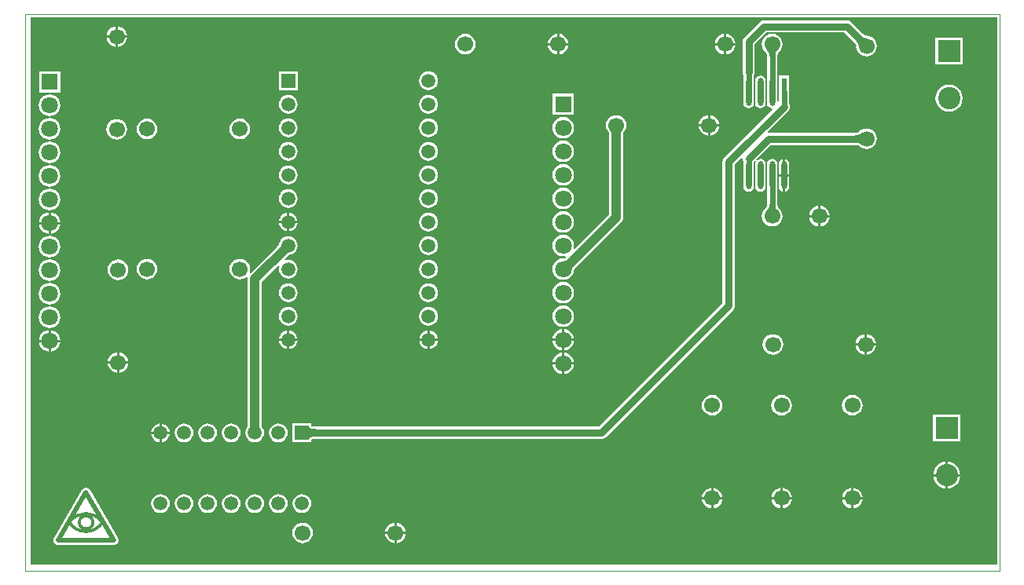
<source format=gtl>
G04 Layer_Physical_Order=1*
G04 Layer_Color=6759642*
%FSLAX44Y44*%
%MOMM*%
G71*
G01*
G75*
%ADD10C,0.3000*%
%ADD11O,0.6000X3.0000*%
%ADD12R,0.6000X3.0000*%
%ADD13C,1.0000*%
%ADD14C,0.5000*%
%ADD15C,0.6000*%
%ADD16C,0.8000*%
%ADD17C,0.1000*%
%ADD18C,2.4000*%
%ADD19R,2.4000X2.4000*%
%ADD20C,1.7000*%
%ADD21R,1.5000X1.5000*%
%ADD22C,1.5000*%
%ADD23C,1.8000*%
%ADD24R,1.8000X1.8000*%
%ADD25R,1.5000X1.5000*%
G36*
X1047750Y6350D02*
X6350D01*
Y596900D01*
X1047750D01*
Y6350D01*
D02*
G37*
%LPC*%
G36*
X25400Y246380D02*
X15198D01*
X15427Y244638D01*
X16590Y241830D01*
X18440Y239420D01*
X20850Y237570D01*
X23658Y236407D01*
X25400Y236178D01*
Y246380D01*
D02*
G37*
G36*
X38142D02*
X27940D01*
Y236178D01*
X29683Y236407D01*
X32490Y237570D01*
X34900Y239420D01*
X36750Y241830D01*
X37913Y244638D01*
X38142Y246380D01*
D02*
G37*
G36*
X904710Y242570D02*
X895012D01*
X895224Y240958D01*
X896337Y238272D01*
X898106Y235966D01*
X900412Y234197D01*
X903098Y233084D01*
X904710Y232872D01*
Y242570D01*
D02*
G37*
G36*
X916948D02*
X907250D01*
Y232872D01*
X908862Y233084D01*
X911548Y234197D01*
X913854Y235966D01*
X915623Y238272D01*
X916736Y240958D01*
X916948Y242570D01*
D02*
G37*
G36*
X578730Y247650D02*
X568528D01*
X568757Y245907D01*
X569920Y243100D01*
X571770Y240690D01*
X574180Y238840D01*
X576987Y237677D01*
X578730Y237448D01*
Y247650D01*
D02*
G37*
G36*
X293819Y247650D02*
X285130D01*
Y238961D01*
X286481Y239138D01*
X288923Y240150D01*
X291021Y241759D01*
X292630Y243857D01*
X293642Y246299D01*
X293819Y247650D01*
D02*
G37*
G36*
X433690D02*
X425001D01*
X425178Y246299D01*
X426190Y243857D01*
X427799Y241759D01*
X429897Y240150D01*
X432339Y239138D01*
X433690Y238961D01*
Y247650D01*
D02*
G37*
G36*
X591472Y247650D02*
X581270D01*
Y237448D01*
X583013Y237677D01*
X585820Y238840D01*
X588230Y240690D01*
X590080Y243100D01*
X591243Y245907D01*
X591472Y247650D01*
D02*
G37*
G36*
X282590Y247650D02*
X273901D01*
X274078Y246299D01*
X275090Y243857D01*
X276699Y241759D01*
X278797Y240150D01*
X281239Y239138D01*
X282590Y238961D01*
Y247650D01*
D02*
G37*
G36*
X805980Y254975D02*
X803098Y254596D01*
X800412Y253483D01*
X798106Y251714D01*
X796337Y249408D01*
X795224Y246722D01*
X794845Y243840D01*
X795224Y240958D01*
X796337Y238272D01*
X798106Y235966D01*
X800412Y234197D01*
X803098Y233084D01*
X805980Y232705D01*
X808862Y233084D01*
X811548Y234197D01*
X813854Y235966D01*
X815623Y238272D01*
X816736Y240958D01*
X817115Y243840D01*
X816736Y246722D01*
X815623Y249408D01*
X813854Y251714D01*
X811548Y253483D01*
X808862Y254596D01*
X805980Y254975D01*
D02*
G37*
G36*
X591472Y222250D02*
X581270D01*
Y212048D01*
X583013Y212277D01*
X585820Y213440D01*
X588230Y215290D01*
X590080Y217700D01*
X591243Y220508D01*
X591472Y222250D01*
D02*
G37*
G36*
X99060Y223050D02*
X89362D01*
X89574Y221438D01*
X90687Y218752D01*
X92456Y216446D01*
X94762Y214677D01*
X97448Y213564D01*
X99060Y213352D01*
Y223050D01*
D02*
G37*
G36*
X891540Y189405D02*
X888658Y189026D01*
X885972Y187913D01*
X883666Y186144D01*
X881897Y183838D01*
X880784Y181152D01*
X880405Y178270D01*
X880784Y175388D01*
X881897Y172702D01*
X883666Y170396D01*
X885972Y168627D01*
X888658Y167514D01*
X891540Y167135D01*
X894422Y167514D01*
X897108Y168627D01*
X899414Y170396D01*
X901183Y172702D01*
X902296Y175388D01*
X902675Y178270D01*
X902296Y181152D01*
X901183Y183838D01*
X899414Y186144D01*
X897108Y187913D01*
X894422Y189026D01*
X891540Y189405D01*
D02*
G37*
G36*
X578730Y222250D02*
X568528D01*
X568757Y220508D01*
X569920Y217700D01*
X571770Y215290D01*
X574180Y213440D01*
X576987Y212277D01*
X578730Y212048D01*
Y222250D01*
D02*
G37*
G36*
X111298Y223050D02*
X101600D01*
Y213352D01*
X103212Y213564D01*
X105898Y214677D01*
X108204Y216446D01*
X109973Y218752D01*
X111086Y221438D01*
X111298Y223050D01*
D02*
G37*
G36*
X99060Y235288D02*
X97448Y235076D01*
X94762Y233963D01*
X92456Y232194D01*
X90687Y229888D01*
X89574Y227202D01*
X89362Y225590D01*
X99060D01*
Y235288D01*
D02*
G37*
G36*
X101600D02*
Y225590D01*
X111298D01*
X111086Y227202D01*
X109973Y229888D01*
X108204Y232194D01*
X105898Y233963D01*
X103212Y235076D01*
X101600Y235288D01*
D02*
G37*
G36*
X578730Y234992D02*
X576987Y234763D01*
X574180Y233600D01*
X571770Y231750D01*
X569920Y229340D01*
X568757Y226532D01*
X568528Y224790D01*
X578730D01*
Y234992D01*
D02*
G37*
G36*
X581270Y234992D02*
Y224790D01*
X591472D01*
X591243Y226532D01*
X590080Y229340D01*
X588230Y231750D01*
X585820Y233600D01*
X583013Y234763D01*
X581270Y234992D01*
D02*
G37*
G36*
X444919Y247650D02*
X436230D01*
Y238961D01*
X437581Y239138D01*
X440023Y240150D01*
X442121Y241759D01*
X443730Y243857D01*
X444742Y246299D01*
X444919Y247650D01*
D02*
G37*
G36*
X283860Y284447D02*
X281239Y284102D01*
X278797Y283090D01*
X276699Y281481D01*
X275090Y279383D01*
X274078Y276941D01*
X273733Y274320D01*
X274078Y271699D01*
X275090Y269257D01*
X276699Y267159D01*
X278797Y265550D01*
X281239Y264538D01*
X283860Y264193D01*
X286481Y264538D01*
X288923Y265550D01*
X291021Y267159D01*
X292630Y269257D01*
X293642Y271699D01*
X293987Y274320D01*
X293642Y276941D01*
X292630Y279383D01*
X291021Y281481D01*
X288923Y283090D01*
X286481Y284102D01*
X283860Y284447D01*
D02*
G37*
G36*
X434960D02*
X432339Y284102D01*
X429897Y283090D01*
X427799Y281481D01*
X426190Y279383D01*
X425178Y276941D01*
X424833Y274320D01*
X425178Y271699D01*
X426190Y269257D01*
X427799Y267159D01*
X429897Y265550D01*
X432339Y264538D01*
X434960Y264193D01*
X437581Y264538D01*
X440023Y265550D01*
X442121Y267159D01*
X443730Y269257D01*
X444742Y271699D01*
X445087Y274320D01*
X444742Y276941D01*
X443730Y279383D01*
X442121Y281481D01*
X440023Y283090D01*
X437581Y284102D01*
X434960Y284447D01*
D02*
G37*
G36*
X26670Y284690D02*
X23658Y284293D01*
X20850Y283130D01*
X18440Y281280D01*
X16590Y278870D01*
X15427Y276063D01*
X15030Y273050D01*
X15427Y270037D01*
X16590Y267230D01*
X18440Y264820D01*
X20850Y262970D01*
X23658Y261807D01*
X26670Y261410D01*
X29683Y261807D01*
X32490Y262970D01*
X34900Y264820D01*
X36750Y267230D01*
X37913Y270037D01*
X38310Y273050D01*
X37913Y276063D01*
X36750Y278870D01*
X34900Y281280D01*
X32490Y283130D01*
X29683Y284293D01*
X26670Y284690D01*
D02*
G37*
G36*
X580000Y285960D02*
X576987Y285563D01*
X574180Y284400D01*
X571770Y282550D01*
X569920Y280140D01*
X568757Y277332D01*
X568360Y274320D01*
X568757Y271308D01*
X569920Y268500D01*
X571770Y266090D01*
X574180Y264240D01*
X576987Y263077D01*
X580000Y262680D01*
X583013Y263077D01*
X585820Y264240D01*
X588230Y266090D01*
X590080Y268500D01*
X591243Y271308D01*
X591640Y274320D01*
X591243Y277332D01*
X590080Y280140D01*
X588230Y282550D01*
X585820Y284400D01*
X583013Y285563D01*
X580000Y285960D01*
D02*
G37*
G36*
X26670Y310090D02*
X23658Y309693D01*
X20850Y308530D01*
X18440Y306680D01*
X16590Y304270D01*
X15427Y301462D01*
X15030Y298450D01*
X15427Y295438D01*
X16590Y292630D01*
X18440Y290220D01*
X20850Y288370D01*
X23658Y287207D01*
X26670Y286810D01*
X29683Y287207D01*
X32490Y288370D01*
X34900Y290220D01*
X36750Y292630D01*
X37913Y295438D01*
X38310Y298450D01*
X37913Y301462D01*
X36750Y304270D01*
X34900Y306680D01*
X32490Y308530D01*
X29683Y309693D01*
X26670Y310090D01*
D02*
G37*
G36*
X434960Y309847D02*
X432339Y309502D01*
X429897Y308490D01*
X427799Y306881D01*
X426190Y304783D01*
X425178Y302341D01*
X424833Y299720D01*
X425178Y297099D01*
X426190Y294657D01*
X427799Y292559D01*
X429897Y290950D01*
X432339Y289938D01*
X434960Y289593D01*
X437581Y289938D01*
X440023Y290950D01*
X442121Y292559D01*
X443730Y294657D01*
X444742Y297099D01*
X445087Y299720D01*
X444742Y302341D01*
X443730Y304783D01*
X442121Y306881D01*
X440023Y308490D01*
X437581Y309502D01*
X434960Y309847D01*
D02*
G37*
G36*
X26670Y335490D02*
X23658Y335093D01*
X20850Y333930D01*
X18440Y332080D01*
X16590Y329670D01*
X15427Y326862D01*
X15030Y323850D01*
X15427Y320838D01*
X16590Y318030D01*
X18440Y315620D01*
X20850Y313770D01*
X23658Y312607D01*
X26670Y312211D01*
X29683Y312607D01*
X32490Y313770D01*
X34900Y315620D01*
X36750Y318030D01*
X37913Y320838D01*
X38310Y323850D01*
X37913Y326862D01*
X36750Y329670D01*
X34900Y332080D01*
X32490Y333930D01*
X29683Y335093D01*
X26670Y335490D01*
D02*
G37*
G36*
X580000Y311360D02*
X576987Y310963D01*
X574180Y309800D01*
X571770Y307950D01*
X569920Y305540D01*
X568757Y302733D01*
X568360Y299720D01*
X568757Y296707D01*
X569920Y293900D01*
X571770Y291490D01*
X574180Y289640D01*
X576987Y288477D01*
X580000Y288080D01*
X583013Y288477D01*
X585820Y289640D01*
X588230Y291490D01*
X590080Y293900D01*
X591243Y296707D01*
X591640Y299720D01*
X591243Y302733D01*
X590080Y305540D01*
X588230Y307950D01*
X585820Y309800D01*
X583013Y310963D01*
X580000Y311360D01*
D02*
G37*
G36*
X283860Y309847D02*
X281239Y309502D01*
X278797Y308490D01*
X276699Y306881D01*
X275090Y304783D01*
X274078Y302341D01*
X273733Y299720D01*
X274078Y297099D01*
X275090Y294657D01*
X276699Y292559D01*
X278797Y290950D01*
X281239Y289938D01*
X283860Y289593D01*
X286481Y289938D01*
X288923Y290950D01*
X291021Y292559D01*
X292630Y294657D01*
X293642Y297099D01*
X293987Y299720D01*
X293642Y302341D01*
X292630Y304783D01*
X291021Y306881D01*
X288923Y308490D01*
X286481Y309502D01*
X283860Y309847D01*
D02*
G37*
G36*
X581270Y260392D02*
Y250190D01*
X591472D01*
X591243Y251933D01*
X590080Y254740D01*
X588230Y257150D01*
X585820Y259000D01*
X583013Y260163D01*
X581270Y260392D01*
D02*
G37*
G36*
X25400Y259122D02*
X23658Y258893D01*
X20850Y257730D01*
X18440Y255880D01*
X16590Y253470D01*
X15427Y250662D01*
X15198Y248920D01*
X25400D01*
Y259122D01*
D02*
G37*
G36*
X27940D02*
Y248920D01*
X38142D01*
X37913Y250662D01*
X36750Y253470D01*
X34900Y255880D01*
X32490Y257730D01*
X29683Y258893D01*
X27940Y259122D01*
D02*
G37*
G36*
X904710Y254808D02*
X903098Y254596D01*
X900412Y253483D01*
X898106Y251714D01*
X896337Y249408D01*
X895224Y246722D01*
X895012Y245110D01*
X904710D01*
Y254808D01*
D02*
G37*
G36*
X907250D02*
Y245110D01*
X916948D01*
X916736Y246722D01*
X915623Y249408D01*
X913854Y251714D01*
X911548Y253483D01*
X908862Y254596D01*
X907250Y254808D01*
D02*
G37*
G36*
X282590Y258879D02*
X281239Y258702D01*
X278797Y257690D01*
X276699Y256081D01*
X275090Y253983D01*
X274078Y251541D01*
X273901Y250190D01*
X282590D01*
Y258879D01*
D02*
G37*
G36*
X436230D02*
Y250190D01*
X444919D01*
X444742Y251541D01*
X443730Y253983D01*
X442121Y256081D01*
X440023Y257690D01*
X437581Y258702D01*
X436230Y258879D01*
D02*
G37*
G36*
X578730Y260392D02*
X576987Y260163D01*
X574180Y259000D01*
X571770Y257150D01*
X569920Y254740D01*
X568757Y251933D01*
X568528Y250190D01*
X578730D01*
Y260392D01*
D02*
G37*
G36*
X285130Y258879D02*
Y250190D01*
X293819D01*
X293642Y251541D01*
X292630Y253983D01*
X291021Y256081D01*
X288923Y257690D01*
X286481Y258702D01*
X285130Y258879D01*
D02*
G37*
G36*
X433690D02*
X432339Y258702D01*
X429897Y257690D01*
X427799Y256081D01*
X426190Y253983D01*
X425178Y251541D01*
X425001Y250190D01*
X433690D01*
Y258879D01*
D02*
G37*
G36*
X815340Y189405D02*
X812458Y189026D01*
X809772Y187913D01*
X807466Y186144D01*
X805697Y183838D01*
X804584Y181152D01*
X804205Y178270D01*
X804584Y175388D01*
X805697Y172702D01*
X807466Y170396D01*
X809772Y168627D01*
X812458Y167514D01*
X815340Y167135D01*
X818222Y167514D01*
X820908Y168627D01*
X823214Y170396D01*
X824983Y172702D01*
X826096Y175388D01*
X826475Y178270D01*
X826096Y181152D01*
X824983Y183838D01*
X823214Y186144D01*
X820908Y187913D01*
X818222Y189026D01*
X815340Y189405D01*
D02*
G37*
G36*
X298450Y82517D02*
X295829Y82172D01*
X293387Y81160D01*
X291289Y79551D01*
X289680Y77453D01*
X288668Y75011D01*
X288323Y72390D01*
X288668Y69769D01*
X289680Y67327D01*
X291289Y65229D01*
X293387Y63620D01*
X295829Y62608D01*
X298450Y62263D01*
X301071Y62608D01*
X303513Y63620D01*
X305611Y65229D01*
X307220Y67327D01*
X308232Y69769D01*
X308577Y72390D01*
X308232Y75011D01*
X307220Y77453D01*
X305611Y79551D01*
X303513Y81160D01*
X301071Y82172D01*
X298450Y82517D01*
D02*
G37*
G36*
X739140Y77000D02*
X729442D01*
X729654Y75388D01*
X730767Y72702D01*
X732536Y70396D01*
X734842Y68627D01*
X737528Y67514D01*
X739140Y67302D01*
Y77000D01*
D02*
G37*
G36*
X247650Y82517D02*
X245029Y82172D01*
X242587Y81160D01*
X240489Y79551D01*
X238880Y77453D01*
X237868Y75011D01*
X237523Y72390D01*
X237868Y69769D01*
X238880Y67327D01*
X240489Y65229D01*
X242587Y63620D01*
X245029Y62608D01*
X247650Y62263D01*
X250271Y62608D01*
X252713Y63620D01*
X254811Y65229D01*
X256420Y67327D01*
X257432Y69769D01*
X257777Y72390D01*
X257432Y75011D01*
X256420Y77453D01*
X254811Y79551D01*
X252713Y81160D01*
X250271Y82172D01*
X247650Y82517D01*
D02*
G37*
G36*
X273050D02*
X270429Y82172D01*
X267987Y81160D01*
X265889Y79551D01*
X264280Y77453D01*
X263268Y75011D01*
X262923Y72390D01*
X263268Y69769D01*
X264280Y67327D01*
X265889Y65229D01*
X267987Y63620D01*
X270429Y62608D01*
X273050Y62263D01*
X275671Y62608D01*
X278113Y63620D01*
X280211Y65229D01*
X281820Y67327D01*
X282832Y69769D01*
X283177Y72390D01*
X282832Y75011D01*
X281820Y77453D01*
X280211Y79551D01*
X278113Y81160D01*
X275671Y82172D01*
X273050Y82517D01*
D02*
G37*
G36*
X814070Y77000D02*
X804372D01*
X804584Y75388D01*
X805697Y72702D01*
X807466Y70396D01*
X809772Y68627D01*
X812458Y67514D01*
X814070Y67302D01*
Y77000D01*
D02*
G37*
G36*
X826308D02*
X816610D01*
Y67302D01*
X818222Y67514D01*
X820908Y68627D01*
X823214Y70396D01*
X824983Y72702D01*
X826096Y75388D01*
X826308Y77000D01*
D02*
G37*
G36*
X902508D02*
X892810D01*
Y67302D01*
X894422Y67514D01*
X897108Y68627D01*
X899414Y70396D01*
X901183Y72702D01*
X902296Y75388D01*
X902508Y77000D01*
D02*
G37*
G36*
X890270D02*
X880572D01*
X880784Y75388D01*
X881897Y72702D01*
X883666Y70396D01*
X885972Y68627D01*
X888658Y67514D01*
X890270Y67302D01*
Y77000D01*
D02*
G37*
G36*
X751378D02*
X741680D01*
Y67302D01*
X743292Y67514D01*
X745978Y68627D01*
X748284Y70396D01*
X750053Y72702D01*
X751166Y75388D01*
X751378Y77000D01*
D02*
G37*
G36*
X222250Y82517D02*
X219629Y82172D01*
X217187Y81160D01*
X215089Y79551D01*
X213480Y77453D01*
X212468Y75011D01*
X212123Y72390D01*
X212468Y69769D01*
X213480Y67327D01*
X215089Y65229D01*
X217187Y63620D01*
X219629Y62608D01*
X222250Y62263D01*
X224871Y62608D01*
X227313Y63620D01*
X229411Y65229D01*
X231020Y67327D01*
X232032Y69769D01*
X232377Y72390D01*
X232032Y75011D01*
X231020Y77453D01*
X229411Y79551D01*
X227313Y81160D01*
X224871Y82172D01*
X222250Y82517D01*
D02*
G37*
G36*
X397980Y39370D02*
X388282D01*
X388494Y37758D01*
X389607Y35072D01*
X391376Y32766D01*
X393682Y30997D01*
X396368Y29884D01*
X397980Y29672D01*
Y39370D01*
D02*
G37*
G36*
X410218D02*
X400520D01*
Y29672D01*
X402132Y29884D01*
X404818Y30997D01*
X407124Y32766D01*
X408893Y35072D01*
X410006Y37758D01*
X410218Y39370D01*
D02*
G37*
G36*
X65105Y89413D02*
X64801Y89309D01*
X64481Y89289D01*
X63861Y88987D01*
X63208Y88763D01*
X62968Y88551D01*
X62679Y88410D01*
X62222Y87893D01*
X61705Y87437D01*
X61563Y87149D01*
X61350Y86908D01*
X31300Y35358D01*
X31187Y35027D01*
X30992Y34736D01*
X30863Y34088D01*
X30648Y33462D01*
X30670Y33113D01*
X30601Y32770D01*
X30730Y32121D01*
X30771Y31461D01*
X30924Y31147D01*
X30992Y30803D01*
X31360Y30253D01*
X31650Y29659D01*
X31912Y29427D01*
X32106Y29136D01*
X32656Y28769D01*
X33152Y28331D01*
X33483Y28217D01*
X33774Y28022D01*
X34422Y27893D01*
X35048Y27678D01*
X35397Y27699D01*
X35740Y27631D01*
X95740D01*
X96079Y27699D01*
X96425Y27677D01*
X97054Y27893D01*
X97706Y28022D01*
X97994Y28215D01*
X98321Y28327D01*
X98820Y28767D01*
X99374Y29136D01*
X99566Y29424D01*
X99825Y29653D01*
X100118Y30250D01*
X100487Y30803D01*
X100555Y31143D01*
X100707Y31454D01*
X100749Y32117D01*
X100879Y32770D01*
X100811Y33109D01*
X100833Y33455D01*
X100617Y34084D01*
X100487Y34736D01*
X100295Y35024D01*
X100183Y35352D01*
X70233Y86902D01*
X70021Y87142D01*
X69880Y87431D01*
X69363Y87888D01*
X68907Y88405D01*
X68619Y88547D01*
X68378Y88759D01*
X67726Y88984D01*
X67106Y89287D01*
X66786Y89307D01*
X66482Y89412D01*
X65794Y89370D01*
X65105Y89413D01*
D02*
G37*
G36*
X299250Y51775D02*
X296368Y51396D01*
X293682Y50283D01*
X291376Y48514D01*
X289607Y46208D01*
X288494Y43522D01*
X288115Y40640D01*
X288494Y37758D01*
X289607Y35072D01*
X291376Y32766D01*
X293682Y30997D01*
X296368Y29884D01*
X299250Y29505D01*
X302132Y29884D01*
X304818Y30997D01*
X307124Y32766D01*
X308893Y35072D01*
X310006Y37758D01*
X310385Y40640D01*
X310006Y43522D01*
X308893Y46208D01*
X307124Y48514D01*
X304818Y50283D01*
X302132Y51396D01*
X299250Y51775D01*
D02*
G37*
G36*
X397980Y51608D02*
X396368Y51396D01*
X393682Y50283D01*
X391376Y48514D01*
X389607Y46208D01*
X388494Y43522D01*
X388282Y41910D01*
X397980D01*
Y51608D01*
D02*
G37*
G36*
X171450Y82517D02*
X168829Y82172D01*
X166387Y81160D01*
X164289Y79551D01*
X162680Y77453D01*
X161668Y75011D01*
X161323Y72390D01*
X161668Y69769D01*
X162680Y67327D01*
X164289Y65229D01*
X166387Y63620D01*
X168829Y62608D01*
X171450Y62263D01*
X174071Y62608D01*
X176513Y63620D01*
X178611Y65229D01*
X180220Y67327D01*
X181232Y69769D01*
X181577Y72390D01*
X181232Y75011D01*
X180220Y77453D01*
X178611Y79551D01*
X176513Y81160D01*
X174071Y82172D01*
X171450Y82517D01*
D02*
G37*
G36*
X196850D02*
X194229Y82172D01*
X191787Y81160D01*
X189689Y79551D01*
X188080Y77453D01*
X187068Y75011D01*
X186723Y72390D01*
X187068Y69769D01*
X188080Y67327D01*
X189689Y65229D01*
X191787Y63620D01*
X194229Y62608D01*
X196850Y62263D01*
X199471Y62608D01*
X201913Y63620D01*
X204011Y65229D01*
X205620Y67327D01*
X206632Y69769D01*
X206977Y72390D01*
X206632Y75011D01*
X205620Y77453D01*
X204011Y79551D01*
X201913Y81160D01*
X199471Y82172D01*
X196850Y82517D01*
D02*
G37*
G36*
X400520Y51608D02*
Y41910D01*
X410218D01*
X410006Y43522D01*
X408893Y46208D01*
X407124Y48514D01*
X404818Y50283D01*
X402132Y51396D01*
X400520Y51608D01*
D02*
G37*
G36*
X146050Y82517D02*
X143429Y82172D01*
X140987Y81160D01*
X138889Y79551D01*
X137280Y77453D01*
X136268Y75011D01*
X135923Y72390D01*
X136268Y69769D01*
X137280Y67327D01*
X138889Y65229D01*
X140987Y63620D01*
X143429Y62608D01*
X146050Y62263D01*
X148671Y62608D01*
X151113Y63620D01*
X153211Y65229D01*
X154820Y67327D01*
X155832Y69769D01*
X156177Y72390D01*
X155832Y75011D01*
X154820Y77453D01*
X153211Y79551D01*
X151113Y81160D01*
X148671Y82172D01*
X146050Y82517D01*
D02*
G37*
G36*
X739140Y89238D02*
X737528Y89026D01*
X734842Y87913D01*
X732536Y86144D01*
X730767Y83838D01*
X729654Y81152D01*
X729442Y79540D01*
X739140D01*
Y89238D01*
D02*
G37*
G36*
X273050Y158717D02*
X270429Y158372D01*
X267987Y157360D01*
X265889Y155751D01*
X264280Y153653D01*
X263268Y151211D01*
X262923Y148590D01*
X263268Y145969D01*
X264280Y143527D01*
X265889Y141429D01*
X267987Y139820D01*
X270429Y138808D01*
X273050Y138463D01*
X275671Y138808D01*
X278113Y139820D01*
X280211Y141429D01*
X281820Y143527D01*
X282832Y145969D01*
X283177Y148590D01*
X282832Y151211D01*
X281820Y153653D01*
X280211Y155751D01*
X278113Y157360D01*
X275671Y158372D01*
X273050Y158717D01*
D02*
G37*
G36*
X144780Y147320D02*
X136091D01*
X136268Y145969D01*
X137280Y143527D01*
X138889Y141429D01*
X140987Y139820D01*
X143429Y138808D01*
X144780Y138631D01*
Y147320D01*
D02*
G37*
G36*
X196850Y158717D02*
X194229Y158372D01*
X191787Y157360D01*
X189689Y155751D01*
X188080Y153653D01*
X187068Y151211D01*
X186723Y148590D01*
X187068Y145969D01*
X188080Y143527D01*
X189689Y141429D01*
X191787Y139820D01*
X194229Y138808D01*
X196850Y138463D01*
X199471Y138808D01*
X201913Y139820D01*
X204011Y141429D01*
X205620Y143527D01*
X206632Y145969D01*
X206977Y148590D01*
X206632Y151211D01*
X205620Y153653D01*
X204011Y155751D01*
X201913Y157360D01*
X199471Y158372D01*
X196850Y158717D01*
D02*
G37*
G36*
X222250D02*
X219629Y158372D01*
X217187Y157360D01*
X215089Y155751D01*
X213480Y153653D01*
X212468Y151211D01*
X212123Y148590D01*
X212468Y145969D01*
X213480Y143527D01*
X215089Y141429D01*
X217187Y139820D01*
X219629Y138808D01*
X222250Y138463D01*
X224871Y138808D01*
X227313Y139820D01*
X229411Y141429D01*
X231020Y143527D01*
X232032Y145969D01*
X232377Y148590D01*
X232032Y151211D01*
X231020Y153653D01*
X229411Y155751D01*
X227313Y157360D01*
X224871Y158372D01*
X222250Y158717D01*
D02*
G37*
G36*
X156009Y147320D02*
X147320D01*
Y138631D01*
X148671Y138808D01*
X151113Y139820D01*
X153211Y141429D01*
X154820Y143527D01*
X155832Y145969D01*
X156009Y147320D01*
D02*
G37*
G36*
X147320Y158549D02*
Y149860D01*
X156009D01*
X155832Y151211D01*
X154820Y153653D01*
X153211Y155751D01*
X151113Y157360D01*
X148671Y158372D01*
X147320Y158549D01*
D02*
G37*
G36*
X740410Y189405D02*
X737528Y189026D01*
X734842Y187913D01*
X732536Y186144D01*
X730767Y183838D01*
X729654Y181152D01*
X729275Y178270D01*
X729654Y175388D01*
X730767Y172702D01*
X732536Y170396D01*
X734842Y168627D01*
X737528Y167514D01*
X740410Y167135D01*
X743292Y167514D01*
X745978Y168627D01*
X748284Y170396D01*
X750053Y172702D01*
X751166Y175388D01*
X751545Y178270D01*
X751166Y181152D01*
X750053Y183838D01*
X748284Y186144D01*
X745978Y187913D01*
X743292Y189026D01*
X740410Y189405D01*
D02*
G37*
G36*
X1007680Y168210D02*
X978600D01*
Y139130D01*
X1007680D01*
Y168210D01*
D02*
G37*
G36*
X144780Y158549D02*
X143429Y158372D01*
X140987Y157360D01*
X138889Y155751D01*
X137280Y153653D01*
X136268Y151211D01*
X136091Y149860D01*
X144780D01*
Y158549D01*
D02*
G37*
G36*
X171450Y158717D02*
X168829Y158372D01*
X166387Y157360D01*
X164289Y155751D01*
X162680Y153653D01*
X161668Y151211D01*
X161323Y148590D01*
X161668Y145969D01*
X162680Y143527D01*
X164289Y141429D01*
X166387Y139820D01*
X168829Y138808D01*
X171450Y138463D01*
X174071Y138808D01*
X176513Y139820D01*
X178611Y141429D01*
X180220Y143527D01*
X181232Y145969D01*
X181577Y148590D01*
X181232Y151211D01*
X180220Y153653D01*
X178611Y155751D01*
X176513Y157360D01*
X174071Y158372D01*
X171450Y158717D01*
D02*
G37*
G36*
X741680Y89238D02*
Y79540D01*
X751378D01*
X751166Y81152D01*
X750053Y83838D01*
X748284Y86144D01*
X745978Y87913D01*
X743292Y89026D01*
X741680Y89238D01*
D02*
G37*
G36*
X816610D02*
Y79540D01*
X826308D01*
X826096Y81152D01*
X824983Y83838D01*
X823214Y86144D01*
X820908Y87913D01*
X818222Y89026D01*
X816610Y89238D01*
D02*
G37*
G36*
X814070D02*
X812458Y89026D01*
X809772Y87913D01*
X807466Y86144D01*
X805697Y83838D01*
X804584Y81152D01*
X804372Y79540D01*
X814070D01*
Y89238D01*
D02*
G37*
G36*
X890270D02*
X888658Y89026D01*
X885972Y87913D01*
X883666Y86144D01*
X881897Y83838D01*
X880784Y81152D01*
X880572Y79540D01*
X890270D01*
Y89238D01*
D02*
G37*
G36*
X892810D02*
Y79540D01*
X902508D01*
X902296Y81152D01*
X901183Y83838D01*
X899414Y86144D01*
X897108Y87913D01*
X894422Y89026D01*
X892810Y89238D01*
D02*
G37*
G36*
X991870Y117368D02*
X989344Y117036D01*
X985807Y115571D01*
X982770Y113240D01*
X980439Y110203D01*
X978974Y106666D01*
X978642Y104140D01*
X991870D01*
Y117368D01*
D02*
G37*
G36*
X994410D02*
Y104140D01*
X1007638D01*
X1007306Y106666D01*
X1005841Y110203D01*
X1003510Y113240D01*
X1000473Y115571D01*
X996936Y117036D01*
X994410Y117368D01*
D02*
G37*
G36*
X991870Y101600D02*
X978642D01*
X978974Y99074D01*
X980439Y95537D01*
X982770Y92500D01*
X985807Y90169D01*
X989344Y88704D01*
X991870Y88372D01*
Y101600D01*
D02*
G37*
G36*
X1007638D02*
X994410D01*
Y88372D01*
X996936Y88704D01*
X1000473Y90169D01*
X1003510Y92500D01*
X1005841Y95537D01*
X1007306Y99074D01*
X1007638Y101600D01*
D02*
G37*
G36*
X100330Y335455D02*
X97448Y335076D01*
X94762Y333963D01*
X92456Y332194D01*
X90687Y329888D01*
X89574Y327202D01*
X89195Y324320D01*
X89574Y321438D01*
X90687Y318752D01*
X92456Y316446D01*
X94762Y314677D01*
X97448Y313564D01*
X100330Y313185D01*
X103212Y313564D01*
X105898Y314677D01*
X108204Y316446D01*
X109973Y318752D01*
X111086Y321438D01*
X111465Y324320D01*
X111086Y327202D01*
X109973Y329888D01*
X108204Y332194D01*
X105898Y333963D01*
X103212Y335076D01*
X100330Y335455D01*
D02*
G37*
G36*
X735800Y491028D02*
X734188Y490816D01*
X731502Y489703D01*
X729196Y487934D01*
X727427Y485628D01*
X726314Y482942D01*
X726102Y481330D01*
X735800D01*
Y491028D01*
D02*
G37*
G36*
X738340D02*
Y481330D01*
X748038D01*
X747826Y482942D01*
X746713Y485628D01*
X744944Y487934D01*
X742638Y489703D01*
X739952Y490816D01*
X738340Y491028D01*
D02*
G37*
G36*
X735800Y478790D02*
X726102D01*
X726314Y477178D01*
X727427Y474492D01*
X729196Y472186D01*
X731502Y470417D01*
X734188Y469304D01*
X735800Y469092D01*
Y478790D01*
D02*
G37*
G36*
X748038D02*
X738340D01*
Y469092D01*
X739952Y469304D01*
X742638Y470417D01*
X744944Y472186D01*
X746713Y474492D01*
X747826Y477178D01*
X748038Y478790D01*
D02*
G37*
G36*
X26670Y513290D02*
X23658Y512893D01*
X20850Y511730D01*
X18440Y509880D01*
X16590Y507470D01*
X15427Y504663D01*
X15030Y501650D01*
X15427Y498638D01*
X16590Y495830D01*
X18440Y493420D01*
X20850Y491570D01*
X23658Y490407D01*
X26670Y490010D01*
X29683Y490407D01*
X32490Y491570D01*
X34900Y493420D01*
X36750Y495830D01*
X37913Y498638D01*
X38310Y501650D01*
X37913Y504663D01*
X36750Y507470D01*
X34900Y509880D01*
X32490Y511730D01*
X29683Y512893D01*
X26670Y513290D01*
D02*
G37*
G36*
X434960Y513047D02*
X432339Y512702D01*
X429897Y511690D01*
X427799Y510081D01*
X426190Y507983D01*
X425178Y505541D01*
X424833Y502920D01*
X425178Y500299D01*
X426190Y497857D01*
X427799Y495759D01*
X429897Y494150D01*
X432339Y493138D01*
X434960Y492793D01*
X437581Y493138D01*
X440023Y494150D01*
X442121Y495759D01*
X443730Y497857D01*
X444742Y500299D01*
X445087Y502920D01*
X444742Y505541D01*
X443730Y507983D01*
X442121Y510081D01*
X440023Y511690D01*
X437581Y512702D01*
X434960Y513047D01*
D02*
G37*
G36*
X995680Y523936D02*
X991884Y523436D01*
X988347Y521971D01*
X985310Y519640D01*
X982979Y516603D01*
X981514Y513066D01*
X981014Y509270D01*
X981514Y505474D01*
X982979Y501937D01*
X985310Y498900D01*
X988347Y496569D01*
X991884Y495104D01*
X995680Y494604D01*
X999476Y495104D01*
X1003013Y496569D01*
X1006050Y498900D01*
X1008381Y501937D01*
X1009846Y505474D01*
X1010346Y509270D01*
X1009846Y513066D01*
X1008381Y516603D01*
X1006050Y519640D01*
X1003013Y521971D01*
X999476Y523436D01*
X995680Y523936D01*
D02*
G37*
G36*
X591540Y514460D02*
X568460D01*
Y491380D01*
X591540D01*
Y514460D01*
D02*
G37*
G36*
X283860Y513047D02*
X281239Y512702D01*
X278797Y511690D01*
X276699Y510081D01*
X275090Y507983D01*
X274078Y505541D01*
X273733Y502920D01*
X274078Y500299D01*
X275090Y497857D01*
X276699Y495759D01*
X278797Y494150D01*
X281239Y493138D01*
X283860Y492793D01*
X286481Y493138D01*
X288923Y494150D01*
X291021Y495759D01*
X292630Y497857D01*
X293642Y500299D01*
X293987Y502920D01*
X293642Y505541D01*
X292630Y507983D01*
X291021Y510081D01*
X288923Y511690D01*
X286481Y512702D01*
X283860Y513047D01*
D02*
G37*
G36*
X434960Y487647D02*
X432339Y487302D01*
X429897Y486290D01*
X427799Y484681D01*
X426190Y482583D01*
X425178Y480141D01*
X424833Y477520D01*
X425178Y474899D01*
X426190Y472457D01*
X427799Y470359D01*
X429897Y468750D01*
X432339Y467738D01*
X434960Y467393D01*
X437581Y467738D01*
X440023Y468750D01*
X442121Y470359D01*
X443730Y472457D01*
X444742Y474899D01*
X445087Y477520D01*
X444742Y480141D01*
X443730Y482583D01*
X442121Y484681D01*
X440023Y486290D01*
X437581Y487302D01*
X434960Y487647D01*
D02*
G37*
G36*
X805180Y578825D02*
X802298Y578446D01*
X799612Y577333D01*
X797306Y575564D01*
X795537Y573258D01*
X794424Y570572D01*
X794045Y567690D01*
X794424Y564808D01*
X795537Y562122D01*
X797306Y559816D01*
X797546Y559632D01*
X797846Y559316D01*
X798222Y558856D01*
X798546Y558388D01*
X798823Y557910D01*
X799055Y557420D01*
X799244Y556913D01*
X799393Y556385D01*
X799500Y555832D01*
X799531Y555556D01*
Y528170D01*
Y516170D01*
Y504170D01*
X799961Y502008D01*
X801186Y500176D01*
X803018Y498951D01*
X804944Y498568D01*
X805575Y497404D01*
X753526Y445354D01*
X752477Y443988D01*
X751818Y442397D01*
X751594Y440690D01*
Y288482D01*
X618298Y155186D01*
X313656D01*
X312528Y155212D01*
X311324Y155304D01*
X310320Y155449D01*
X309529Y155634D01*
X308965Y155835D01*
X308631Y156011D01*
X308524Y156098D01*
X308490Y156371D01*
X308490Y156373D01*
Y158630D01*
X306016D01*
X305919Y158649D01*
X305823Y158630D01*
X305613D01*
X305607Y158630D01*
X305606Y158630D01*
X288410D01*
Y138550D01*
X305606D01*
X305607Y138550D01*
X305613Y138550D01*
X305823D01*
X305919Y138531D01*
X306016Y138550D01*
X308490D01*
Y140807D01*
X308490Y140808D01*
X308524Y141082D01*
X308631Y141169D01*
X308965Y141346D01*
X309529Y141546D01*
X310320Y141730D01*
X311324Y141876D01*
X312528Y141968D01*
X313656Y141994D01*
X621030D01*
X622737Y142218D01*
X624328Y142877D01*
X625694Y143926D01*
X762854Y281086D01*
X763903Y282452D01*
X764562Y284043D01*
X764786Y285750D01*
Y437958D01*
X771990Y445161D01*
X773193Y444568D01*
X773184Y444500D01*
X773408Y442793D01*
X774067Y441202D01*
X774131Y441118D01*
Y426170D01*
Y414170D01*
X774561Y412008D01*
X775786Y410176D01*
X777618Y408951D01*
X779780Y408521D01*
X781942Y408951D01*
X783774Y410176D01*
X784999Y412008D01*
X785428Y414170D01*
Y438170D01*
Y440820D01*
X787332Y442723D01*
X788319Y441914D01*
X787979Y441406D01*
X787261Y440332D01*
X786832Y438170D01*
Y414170D01*
X787261Y412008D01*
X788486Y410176D01*
X790318Y408951D01*
X792480Y408521D01*
X794642Y408951D01*
X796474Y410176D01*
X797699Y412008D01*
X798129Y414170D01*
Y438170D01*
X797699Y440332D01*
X796474Y442164D01*
X794642Y443388D01*
X792480Y443819D01*
X790318Y443388D01*
X789244Y442671D01*
X788736Y442331D01*
X787927Y443318D01*
X803632Y459024D01*
X894459D01*
X894959Y459013D01*
X895670Y458963D01*
X896312Y458884D01*
X896880Y458778D01*
X897377Y458650D01*
X897801Y458505D01*
X898155Y458348D01*
X898443Y458185D01*
X898673Y458021D01*
X898747Y457953D01*
X898906Y457746D01*
X901212Y455977D01*
X903898Y454864D01*
X906780Y454485D01*
X909662Y454864D01*
X912348Y455977D01*
X914654Y457746D01*
X916423Y460052D01*
X917536Y462738D01*
X917915Y465620D01*
X917536Y468502D01*
X916423Y471188D01*
X914654Y473494D01*
X912348Y475263D01*
X909662Y476376D01*
X906780Y476755D01*
X903898Y476376D01*
X901212Y475263D01*
X898906Y473494D01*
X898747Y473287D01*
X898673Y473219D01*
X898443Y473055D01*
X898155Y472892D01*
X897801Y472735D01*
X897377Y472590D01*
X896880Y472462D01*
X896347Y472363D01*
X894925Y472227D01*
X894459Y472216D01*
X800900D01*
X800832Y472207D01*
X800239Y473410D01*
X822544Y495716D01*
X823593Y497082D01*
X824252Y498673D01*
X824476Y500380D01*
X824252Y502087D01*
X823593Y503678D01*
X823529Y503762D01*
Y516170D01*
X823420Y516716D01*
Y533710D01*
X812340D01*
Y516716D01*
X812232Y516170D01*
Y505067D01*
X812099Y504994D01*
X810828Y505745D01*
Y528170D01*
Y555556D01*
X810860Y555832D01*
X810967Y556385D01*
X811116Y556913D01*
X811305Y557420D01*
X811537Y557910D01*
X811814Y558388D01*
X812138Y558856D01*
X812514Y559317D01*
X812814Y559632D01*
X813054Y559816D01*
X814823Y562122D01*
X815936Y564808D01*
X816315Y567690D01*
X815936Y570572D01*
X814823Y573258D01*
X813054Y575564D01*
X810748Y577333D01*
X808062Y578446D01*
X805180Y578825D01*
D02*
G37*
G36*
X26670Y487890D02*
X23658Y487493D01*
X20850Y486330D01*
X18440Y484480D01*
X16590Y482070D01*
X15427Y479263D01*
X15030Y476250D01*
X15427Y473237D01*
X16590Y470430D01*
X18440Y468020D01*
X20850Y466170D01*
X23658Y465007D01*
X26670Y464610D01*
X29683Y465007D01*
X32490Y466170D01*
X34900Y468020D01*
X36750Y470430D01*
X37913Y473237D01*
X38310Y476250D01*
X37913Y479263D01*
X36750Y482070D01*
X34900Y484480D01*
X32490Y486330D01*
X29683Y487493D01*
X26670Y487890D01*
D02*
G37*
G36*
X283860Y462247D02*
X281239Y461902D01*
X278797Y460890D01*
X276699Y459281D01*
X275090Y457183D01*
X274078Y454741D01*
X273733Y452120D01*
X274078Y449499D01*
X275090Y447057D01*
X276699Y444959D01*
X278797Y443350D01*
X281239Y442338D01*
X283860Y441993D01*
X286481Y442338D01*
X288923Y443350D01*
X291021Y444959D01*
X292630Y447057D01*
X293642Y449499D01*
X293987Y452120D01*
X293642Y454741D01*
X292630Y457183D01*
X291021Y459281D01*
X288923Y460890D01*
X286481Y461902D01*
X283860Y462247D01*
D02*
G37*
G36*
X434960D02*
X432339Y461902D01*
X429897Y460890D01*
X427799Y459281D01*
X426190Y457183D01*
X425178Y454741D01*
X424833Y452120D01*
X425178Y449499D01*
X426190Y447057D01*
X427799Y444959D01*
X429897Y443350D01*
X432339Y442338D01*
X434960Y441993D01*
X437581Y442338D01*
X440023Y443350D01*
X442121Y444959D01*
X443730Y447057D01*
X444742Y449499D01*
X445087Y452120D01*
X444742Y454741D01*
X443730Y457183D01*
X442121Y459281D01*
X440023Y460890D01*
X437581Y461902D01*
X434960Y462247D01*
D02*
G37*
G36*
X99060Y486915D02*
X96178Y486536D01*
X93492Y485423D01*
X91186Y483654D01*
X89417Y481348D01*
X88304Y478662D01*
X87925Y475780D01*
X88304Y472898D01*
X89417Y470212D01*
X91186Y467906D01*
X93492Y466137D01*
X96178Y465024D01*
X99060Y464645D01*
X101942Y465024D01*
X104628Y466137D01*
X106934Y467906D01*
X108703Y470212D01*
X109816Y472898D01*
X110195Y475780D01*
X109816Y478662D01*
X108703Y481348D01*
X106934Y483654D01*
X104628Y485423D01*
X101942Y486536D01*
X99060Y486915D01*
D02*
G37*
G36*
X580000Y489160D02*
X576987Y488763D01*
X574180Y487600D01*
X571770Y485750D01*
X569920Y483340D01*
X568757Y480532D01*
X568360Y477520D01*
X568757Y474507D01*
X569920Y471700D01*
X571770Y469290D01*
X574180Y467440D01*
X576987Y466277D01*
X580000Y465881D01*
X583013Y466277D01*
X585820Y467440D01*
X588230Y469290D01*
X590080Y471700D01*
X591243Y474507D01*
X591640Y477520D01*
X591243Y480532D01*
X590080Y483340D01*
X588230Y485750D01*
X585820Y487600D01*
X583013Y488763D01*
X580000Y489160D01*
D02*
G37*
G36*
X283860Y487647D02*
X281239Y487302D01*
X278797Y486290D01*
X276699Y484681D01*
X275090Y482583D01*
X274078Y480141D01*
X273733Y477520D01*
X274078Y474899D01*
X275090Y472457D01*
X276699Y470359D01*
X278797Y468750D01*
X281239Y467738D01*
X283860Y467393D01*
X286481Y467738D01*
X288923Y468750D01*
X291021Y470359D01*
X292630Y472457D01*
X293642Y474899D01*
X293987Y477520D01*
X293642Y480141D01*
X292630Y482583D01*
X291021Y484681D01*
X288923Y486290D01*
X286481Y487302D01*
X283860Y487647D01*
D02*
G37*
G36*
X131610Y487385D02*
X128728Y487006D01*
X126042Y485893D01*
X123736Y484124D01*
X121967Y481818D01*
X120854Y479132D01*
X120475Y476250D01*
X120854Y473368D01*
X121967Y470682D01*
X123736Y468376D01*
X126042Y466607D01*
X128728Y465494D01*
X131610Y465115D01*
X134492Y465494D01*
X137178Y466607D01*
X139484Y468376D01*
X141253Y470682D01*
X142366Y473368D01*
X142745Y476250D01*
X142366Y479132D01*
X141253Y481818D01*
X139484Y484124D01*
X137178Y485893D01*
X134492Y487006D01*
X131610Y487385D01*
D02*
G37*
G36*
X231610D02*
X228728Y487006D01*
X226042Y485893D01*
X223736Y484124D01*
X221967Y481818D01*
X220854Y479132D01*
X220475Y476250D01*
X220854Y473368D01*
X221967Y470682D01*
X223736Y468376D01*
X226042Y466607D01*
X228728Y465494D01*
X231610Y465115D01*
X234492Y465494D01*
X237178Y466607D01*
X239484Y468376D01*
X241253Y470682D01*
X242366Y473368D01*
X242745Y476250D01*
X242366Y479132D01*
X241253Y481818D01*
X239484Y484124D01*
X237178Y485893D01*
X234492Y487006D01*
X231610Y487385D01*
D02*
G37*
G36*
X110028Y574510D02*
X100330D01*
Y564812D01*
X101942Y565024D01*
X104628Y566137D01*
X106934Y567906D01*
X108703Y570212D01*
X109816Y572898D01*
X110028Y574510D01*
D02*
G37*
G36*
X753110Y578658D02*
X751498Y578446D01*
X748812Y577333D01*
X746506Y575564D01*
X744737Y573258D01*
X743624Y570572D01*
X743412Y568960D01*
X753110D01*
Y578658D01*
D02*
G37*
G36*
X765348Y566420D02*
X755650D01*
Y556722D01*
X757262Y556934D01*
X759948Y558047D01*
X762254Y559816D01*
X764023Y562122D01*
X765136Y564808D01*
X765348Y566420D01*
D02*
G37*
G36*
X97790Y574510D02*
X88092D01*
X88304Y572898D01*
X89417Y570212D01*
X91186Y567906D01*
X93492Y566137D01*
X96178Y565024D01*
X97790Y564812D01*
Y574510D01*
D02*
G37*
G36*
X573240Y578658D02*
X571628Y578446D01*
X568942Y577333D01*
X566636Y575564D01*
X564867Y573258D01*
X563754Y570572D01*
X563542Y568960D01*
X573240D01*
Y578658D01*
D02*
G37*
G36*
X97790Y586748D02*
X96178Y586536D01*
X93492Y585423D01*
X91186Y583654D01*
X89417Y581348D01*
X88304Y578662D01*
X88092Y577050D01*
X97790D01*
Y586748D01*
D02*
G37*
G36*
X100330D02*
Y577050D01*
X110028D01*
X109816Y578662D01*
X108703Y581348D01*
X106934Y583654D01*
X104628Y585423D01*
X101942Y586536D01*
X100330Y586748D01*
D02*
G37*
G36*
X575780Y578658D02*
Y568960D01*
X585478D01*
X585266Y570572D01*
X584153Y573258D01*
X582384Y575564D01*
X580078Y577333D01*
X577392Y578446D01*
X575780Y578658D01*
D02*
G37*
G36*
X755650D02*
Y568960D01*
X765348D01*
X765136Y570572D01*
X764023Y573258D01*
X762254Y575564D01*
X759948Y577333D01*
X757262Y578446D01*
X755650Y578658D01*
D02*
G37*
G36*
X585478Y566420D02*
X575780D01*
Y556722D01*
X577392Y556934D01*
X580078Y558047D01*
X582384Y559816D01*
X584153Y562122D01*
X585266Y564808D01*
X585478Y566420D01*
D02*
G37*
G36*
X434960Y538447D02*
X432339Y538102D01*
X429897Y537090D01*
X427799Y535481D01*
X426190Y533383D01*
X425178Y530941D01*
X424833Y528320D01*
X425178Y525699D01*
X426190Y523257D01*
X427799Y521159D01*
X429897Y519550D01*
X432339Y518538D01*
X434960Y518193D01*
X437581Y518538D01*
X440023Y519550D01*
X442121Y521159D01*
X443730Y523257D01*
X444742Y525699D01*
X445087Y528320D01*
X444742Y530941D01*
X443730Y533383D01*
X442121Y535481D01*
X440023Y537090D01*
X437581Y538102D01*
X434960Y538447D01*
D02*
G37*
G36*
X293900Y538360D02*
X273820D01*
Y518280D01*
X293900D01*
Y538360D01*
D02*
G37*
G36*
X792480Y533819D02*
X790318Y533389D01*
X788486Y532164D01*
X787261Y530332D01*
X786832Y528170D01*
Y504170D01*
X787261Y502008D01*
X788486Y500176D01*
X790318Y498951D01*
X792480Y498521D01*
X794642Y498951D01*
X796474Y500176D01*
X797699Y502008D01*
X798129Y504170D01*
Y528170D01*
X797699Y530332D01*
X796474Y532164D01*
X794642Y533389D01*
X792480Y533819D01*
D02*
G37*
G36*
X38210Y538590D02*
X15130D01*
Y515510D01*
X38210D01*
Y538590D01*
D02*
G37*
G36*
X1010220Y574610D02*
X981140D01*
Y545530D01*
X1010220D01*
Y574610D01*
D02*
G37*
G36*
X753110Y566420D02*
X743412D01*
X743624Y564808D01*
X744737Y562122D01*
X746506Y559816D01*
X748812Y558047D01*
X751498Y556934D01*
X753110Y556722D01*
Y566420D01*
D02*
G37*
G36*
X573240D02*
X563542D01*
X563754Y564808D01*
X564867Y562122D01*
X566636Y559816D01*
X568942Y558047D01*
X571628Y556934D01*
X573240Y556722D01*
Y566420D01*
D02*
G37*
G36*
X885660Y593336D02*
X796290D01*
X794583Y593112D01*
X792992Y592453D01*
X791626Y591404D01*
X775116Y574894D01*
X774067Y573528D01*
X773408Y571937D01*
X773184Y570230D01*
Y537210D01*
X773408Y535503D01*
X774067Y533912D01*
X774131Y533828D01*
Y528170D01*
Y516170D01*
Y504170D01*
X774561Y502008D01*
X775786Y500176D01*
X777618Y498951D01*
X779780Y498521D01*
X781942Y498951D01*
X783774Y500176D01*
X784999Y502008D01*
X785428Y504170D01*
Y528170D01*
Y533828D01*
X785493Y533912D01*
X786152Y535503D01*
X786376Y537210D01*
Y567498D01*
X799022Y580144D01*
X882928D01*
X893403Y569669D01*
X893749Y569307D01*
X894218Y568768D01*
X894614Y568259D01*
X894942Y567782D01*
X895203Y567340D01*
X895400Y566938D01*
X895539Y566577D01*
X895627Y566258D01*
X895674Y565979D01*
X895679Y565879D01*
X895645Y565620D01*
X896024Y562738D01*
X897137Y560052D01*
X898906Y557746D01*
X901212Y555977D01*
X903898Y554864D01*
X906780Y554485D01*
X909662Y554864D01*
X912348Y555977D01*
X914654Y557746D01*
X916423Y560052D01*
X917536Y562738D01*
X917915Y565620D01*
X917536Y568502D01*
X916423Y571188D01*
X914654Y573494D01*
X912348Y575263D01*
X909662Y576376D01*
X906780Y576755D01*
X906521Y576721D01*
X906421Y576726D01*
X906142Y576773D01*
X905823Y576861D01*
X905462Y577000D01*
X905060Y577197D01*
X904618Y577458D01*
X904170Y577765D01*
X903069Y578674D01*
X902731Y578997D01*
X890324Y591404D01*
X888958Y592453D01*
X887367Y593112D01*
X885660Y593336D01*
D02*
G37*
G36*
X474510Y578825D02*
X471628Y578446D01*
X468942Y577333D01*
X466636Y575564D01*
X464867Y573258D01*
X463754Y570572D01*
X463375Y567690D01*
X463754Y564808D01*
X464867Y562122D01*
X466636Y559816D01*
X468942Y558047D01*
X471628Y556934D01*
X474510Y556555D01*
X477392Y556934D01*
X480078Y558047D01*
X482384Y559816D01*
X484153Y562122D01*
X485266Y564808D01*
X485645Y567690D01*
X485266Y570572D01*
X484153Y573258D01*
X482384Y575564D01*
X480078Y577333D01*
X477392Y578446D01*
X474510Y578825D01*
D02*
G37*
G36*
X854710Y381000D02*
X845012D01*
X845224Y379388D01*
X846337Y376702D01*
X848106Y374396D01*
X850412Y372627D01*
X853098Y371514D01*
X854710Y371302D01*
Y381000D01*
D02*
G37*
G36*
X866948D02*
X857250D01*
Y371302D01*
X858862Y371514D01*
X861548Y372627D01*
X863854Y374396D01*
X865623Y376702D01*
X866736Y379388D01*
X866948Y381000D01*
D02*
G37*
G36*
X805180Y443819D02*
X803018Y443388D01*
X801186Y442164D01*
X799961Y440332D01*
X799531Y438170D01*
Y426170D01*
Y414170D01*
Y394404D01*
X799500Y394128D01*
X799393Y393575D01*
X799244Y393047D01*
X799055Y392541D01*
X798823Y392050D01*
X798546Y391572D01*
X798222Y391104D01*
X797846Y390643D01*
X797546Y390328D01*
X797306Y390144D01*
X795537Y387838D01*
X794424Y385152D01*
X794045Y382270D01*
X794424Y379388D01*
X795537Y376702D01*
X797306Y374396D01*
X799612Y372627D01*
X802298Y371514D01*
X805180Y371135D01*
X808062Y371514D01*
X810748Y372627D01*
X813054Y374396D01*
X814823Y376702D01*
X815936Y379388D01*
X816315Y382270D01*
X815936Y385152D01*
X814823Y387838D01*
X813054Y390144D01*
X812814Y390328D01*
X812514Y390644D01*
X812138Y391104D01*
X811814Y391572D01*
X811537Y392050D01*
X811305Y392540D01*
X811116Y393047D01*
X810967Y393575D01*
X810860Y394128D01*
X810828Y394404D01*
Y426170D01*
Y438170D01*
X810399Y440332D01*
X809174Y442164D01*
X807342Y443388D01*
X805180Y443819D01*
D02*
G37*
G36*
X282590Y374650D02*
X273901D01*
X274078Y373299D01*
X275090Y370857D01*
X276699Y368759D01*
X278797Y367150D01*
X281239Y366138D01*
X282590Y365961D01*
Y374650D01*
D02*
G37*
G36*
X293819D02*
X285130D01*
Y365961D01*
X286481Y366138D01*
X288923Y367150D01*
X291021Y368759D01*
X292630Y370857D01*
X293642Y373299D01*
X293819Y374650D01*
D02*
G37*
G36*
X285130Y385879D02*
Y377190D01*
X293819D01*
X293642Y378541D01*
X292630Y380983D01*
X291021Y383081D01*
X288923Y384690D01*
X286481Y385702D01*
X285130Y385879D01*
D02*
G37*
G36*
X854710Y393238D02*
X853098Y393026D01*
X850412Y391913D01*
X848106Y390144D01*
X846337Y387838D01*
X845224Y385152D01*
X845012Y383540D01*
X854710D01*
Y393238D01*
D02*
G37*
G36*
X282590Y385879D02*
X281239Y385702D01*
X278797Y384690D01*
X276699Y383081D01*
X275090Y380983D01*
X274078Y378541D01*
X273901Y377190D01*
X282590D01*
Y385879D01*
D02*
G37*
G36*
X25400Y386122D02*
X23658Y385893D01*
X20850Y384730D01*
X18440Y382880D01*
X16590Y380470D01*
X15427Y377663D01*
X15198Y375920D01*
X25400D01*
Y386122D01*
D02*
G37*
G36*
X27940D02*
Y375920D01*
X38142D01*
X37913Y377663D01*
X36750Y380470D01*
X34900Y382880D01*
X32490Y384730D01*
X29683Y385893D01*
X27940Y386122D01*
D02*
G37*
G36*
X26670Y360890D02*
X23658Y360493D01*
X20850Y359330D01*
X18440Y357480D01*
X16590Y355070D01*
X15427Y352262D01*
X15030Y349250D01*
X15427Y346237D01*
X16590Y343430D01*
X18440Y341020D01*
X20850Y339170D01*
X23658Y338007D01*
X26670Y337610D01*
X29683Y338007D01*
X32490Y339170D01*
X34900Y341020D01*
X36750Y343430D01*
X37913Y346237D01*
X38310Y349250D01*
X37913Y352262D01*
X36750Y355070D01*
X34900Y357480D01*
X32490Y359330D01*
X29683Y360493D01*
X26670Y360890D01*
D02*
G37*
G36*
X434960Y360647D02*
X432339Y360302D01*
X429897Y359290D01*
X427799Y357681D01*
X426190Y355583D01*
X425178Y353141D01*
X424833Y350520D01*
X425178Y347899D01*
X426190Y345457D01*
X427799Y343359D01*
X429897Y341750D01*
X432339Y340738D01*
X434960Y340393D01*
X437581Y340738D01*
X440023Y341750D01*
X442121Y343359D01*
X443730Y345457D01*
X444742Y347899D01*
X445087Y350520D01*
X444742Y353141D01*
X443730Y355583D01*
X442121Y357681D01*
X440023Y359290D01*
X437581Y360302D01*
X434960Y360647D01*
D02*
G37*
G36*
X283860D02*
X281239Y360302D01*
X278797Y359290D01*
X276699Y357681D01*
X275090Y355583D01*
X274078Y353141D01*
X273869Y351548D01*
X271504Y348919D01*
X242975Y320390D01*
X241898Y321110D01*
X242366Y322238D01*
X242745Y325120D01*
X242366Y328002D01*
X241253Y330688D01*
X239484Y332994D01*
X237178Y334763D01*
X234492Y335876D01*
X231610Y336255D01*
X228728Y335876D01*
X226042Y334763D01*
X223736Y332994D01*
X221967Y330688D01*
X220854Y328002D01*
X220475Y325120D01*
X220854Y322238D01*
X221967Y319552D01*
X223736Y317246D01*
X226042Y315477D01*
X228728Y314364D01*
X231610Y313985D01*
X234492Y314364D01*
X237178Y315477D01*
X239259Y317073D01*
X240244Y316497D01*
X240351Y316392D01*
X240304Y316278D01*
X240045Y314310D01*
Y157306D01*
X240000Y155382D01*
X239977Y155083D01*
X238880Y153653D01*
X237868Y151211D01*
X237523Y148590D01*
X237868Y145969D01*
X238880Y143527D01*
X240489Y141429D01*
X242587Y139820D01*
X245029Y138808D01*
X247650Y138463D01*
X250271Y138808D01*
X252713Y139820D01*
X254811Y141429D01*
X256420Y143527D01*
X257432Y145969D01*
X257777Y148590D01*
X257432Y151211D01*
X256420Y153653D01*
X255441Y154929D01*
X255255Y158458D01*
Y311160D01*
X273317Y329222D01*
X274394Y328503D01*
X274078Y327741D01*
X273733Y325120D01*
X274078Y322499D01*
X275090Y320057D01*
X276699Y317959D01*
X278797Y316350D01*
X281239Y315338D01*
X283860Y314993D01*
X286481Y315338D01*
X288923Y316350D01*
X291021Y317959D01*
X292630Y320057D01*
X293642Y322499D01*
X293987Y325120D01*
X293642Y327741D01*
X292630Y330183D01*
X291021Y332281D01*
X288923Y333890D01*
X286481Y334902D01*
X283860Y335247D01*
X281239Y334902D01*
X280477Y334586D01*
X279758Y335663D01*
X283074Y338979D01*
X284467Y340308D01*
X284695Y340503D01*
X286481Y340738D01*
X288923Y341750D01*
X291021Y343359D01*
X292630Y345457D01*
X293642Y347899D01*
X293987Y350520D01*
X293642Y353141D01*
X292630Y355583D01*
X291021Y357681D01*
X288923Y359290D01*
X286481Y360302D01*
X283860Y360647D01*
D02*
G37*
G36*
X131610Y336255D02*
X128728Y335876D01*
X126042Y334763D01*
X123736Y332994D01*
X121967Y330688D01*
X120854Y328002D01*
X120475Y325120D01*
X120854Y322238D01*
X121967Y319552D01*
X123736Y317246D01*
X126042Y315477D01*
X128728Y314364D01*
X131610Y313985D01*
X134492Y314364D01*
X137178Y315477D01*
X139484Y317246D01*
X141253Y319552D01*
X142366Y322238D01*
X142745Y325120D01*
X142366Y328002D01*
X141253Y330688D01*
X139484Y332994D01*
X137178Y334763D01*
X134492Y335876D01*
X131610Y336255D01*
D02*
G37*
G36*
X434960Y335247D02*
X432339Y334902D01*
X429897Y333890D01*
X427799Y332281D01*
X426190Y330183D01*
X425178Y327741D01*
X424833Y325120D01*
X425178Y322499D01*
X426190Y320057D01*
X427799Y317959D01*
X429897Y316350D01*
X432339Y315338D01*
X434960Y314993D01*
X437581Y315338D01*
X440023Y316350D01*
X442121Y317959D01*
X443730Y320057D01*
X444742Y322499D01*
X445087Y325120D01*
X444742Y327741D01*
X443730Y330183D01*
X442121Y332281D01*
X440023Y333890D01*
X437581Y334902D01*
X434960Y335247D01*
D02*
G37*
G36*
X580000Y387560D02*
X576987Y387163D01*
X574180Y386000D01*
X571770Y384150D01*
X569920Y381740D01*
X568757Y378932D01*
X568360Y375920D01*
X568757Y372907D01*
X569920Y370100D01*
X571770Y367690D01*
X574180Y365840D01*
X576987Y364677D01*
X580000Y364280D01*
X583013Y364677D01*
X585820Y365840D01*
X588230Y367690D01*
X590080Y370100D01*
X591243Y372907D01*
X591640Y375920D01*
X591243Y378932D01*
X590080Y381740D01*
X588230Y384150D01*
X585820Y386000D01*
X583013Y387163D01*
X580000Y387560D01*
D02*
G37*
G36*
X434960Y386047D02*
X432339Y385702D01*
X429897Y384690D01*
X427799Y383081D01*
X426190Y380983D01*
X425178Y378541D01*
X424833Y375920D01*
X425178Y373299D01*
X426190Y370857D01*
X427799Y368759D01*
X429897Y367150D01*
X432339Y366138D01*
X434960Y365793D01*
X437581Y366138D01*
X440023Y367150D01*
X442121Y368759D01*
X443730Y370857D01*
X444742Y373299D01*
X445087Y375920D01*
X444742Y378541D01*
X443730Y380983D01*
X442121Y383081D01*
X440023Y384690D01*
X437581Y385702D01*
X434960Y386047D01*
D02*
G37*
G36*
X38142Y373380D02*
X27940D01*
Y363178D01*
X29683Y363407D01*
X32490Y364570D01*
X34900Y366420D01*
X36750Y368830D01*
X37913Y371637D01*
X38142Y373380D01*
D02*
G37*
G36*
X637070Y491195D02*
X634188Y490816D01*
X631502Y489703D01*
X629196Y487934D01*
X627427Y485628D01*
X626314Y482942D01*
X625935Y480060D01*
X626314Y477178D01*
X627427Y474492D01*
X629139Y472261D01*
X629201Y472026D01*
X629261Y471707D01*
X629465Y469019D01*
Y384070D01*
X592416Y347021D01*
X591570Y347372D01*
X591264Y347665D01*
X591640Y350520D01*
X591243Y353532D01*
X590080Y356340D01*
X588230Y358750D01*
X585820Y360600D01*
X583013Y361763D01*
X580000Y362160D01*
X576987Y361763D01*
X574180Y360600D01*
X571770Y358750D01*
X569920Y356340D01*
X568757Y353532D01*
X568360Y350520D01*
X568757Y347508D01*
X569920Y344700D01*
X571770Y342290D01*
X574180Y340440D01*
X576987Y339277D01*
X580000Y338880D01*
X581788Y339116D01*
X582874Y337978D01*
X582804Y337592D01*
X582438Y337316D01*
X582005Y337028D01*
X581648Y336828D01*
X581383Y336709D01*
X581226Y336659D01*
X581193Y336653D01*
X581015Y336655D01*
X580923Y336638D01*
X580000Y336760D01*
X576987Y336363D01*
X574180Y335200D01*
X571770Y333350D01*
X569920Y330940D01*
X568757Y328133D01*
X568360Y325120D01*
X568757Y322108D01*
X569920Y319300D01*
X571770Y316890D01*
X574180Y315040D01*
X576987Y313877D01*
X580000Y313480D01*
X583013Y313877D01*
X585820Y315040D01*
X588230Y316890D01*
X590080Y319300D01*
X591243Y322108D01*
X591451Y323687D01*
X591508Y323828D01*
X591534Y323966D01*
X591553Y324018D01*
X591646Y324210D01*
X591825Y324508D01*
X592047Y324831D01*
X593949Y327044D01*
X642448Y375542D01*
X643656Y377118D01*
X643971Y377877D01*
X644416Y378952D01*
X644675Y380920D01*
Y468795D01*
X644696Y469789D01*
X644799Y471145D01*
X644865Y471632D01*
X644939Y472026D01*
X645001Y472261D01*
X646713Y474492D01*
X647826Y477178D01*
X648205Y480060D01*
X647826Y482942D01*
X646713Y485628D01*
X644944Y487934D01*
X642638Y489703D01*
X639952Y490816D01*
X637070Y491195D01*
D02*
G37*
G36*
X25400Y373380D02*
X15198D01*
X15427Y371637D01*
X16590Y368830D01*
X18440Y366420D01*
X20850Y364570D01*
X23658Y363407D01*
X25400Y363178D01*
Y373380D01*
D02*
G37*
G36*
X283860Y436847D02*
X281239Y436502D01*
X278797Y435490D01*
X276699Y433881D01*
X275090Y431783D01*
X274078Y429341D01*
X273733Y426720D01*
X274078Y424099D01*
X275090Y421657D01*
X276699Y419559D01*
X278797Y417950D01*
X281239Y416938D01*
X283860Y416593D01*
X286481Y416938D01*
X288923Y417950D01*
X291021Y419559D01*
X292630Y421657D01*
X293642Y424099D01*
X293987Y426720D01*
X293642Y429341D01*
X292630Y431783D01*
X291021Y433881D01*
X288923Y435490D01*
X286481Y436502D01*
X283860Y436847D01*
D02*
G37*
G36*
X434960D02*
X432339Y436502D01*
X429897Y435490D01*
X427799Y433881D01*
X426190Y431783D01*
X425178Y429341D01*
X424833Y426720D01*
X425178Y424099D01*
X426190Y421657D01*
X427799Y419559D01*
X429897Y417950D01*
X432339Y416938D01*
X434960Y416593D01*
X437581Y416938D01*
X440023Y417950D01*
X442121Y419559D01*
X443730Y421657D01*
X444742Y424099D01*
X445087Y426720D01*
X444742Y429341D01*
X443730Y431783D01*
X442121Y433881D01*
X440023Y435490D01*
X437581Y436502D01*
X434960Y436847D01*
D02*
G37*
G36*
X26670Y437090D02*
X23658Y436693D01*
X20850Y435530D01*
X18440Y433680D01*
X16590Y431270D01*
X15427Y428462D01*
X15030Y425450D01*
X15427Y422438D01*
X16590Y419630D01*
X18440Y417220D01*
X20850Y415370D01*
X23658Y414207D01*
X26670Y413811D01*
X29683Y414207D01*
X32490Y415370D01*
X34900Y417220D01*
X36750Y419630D01*
X37913Y422438D01*
X38310Y425450D01*
X37913Y428462D01*
X36750Y431270D01*
X34900Y433680D01*
X32490Y435530D01*
X29683Y436693D01*
X26670Y437090D01*
D02*
G37*
G36*
X580000Y438359D02*
X576987Y437963D01*
X574180Y436800D01*
X571770Y434950D01*
X569920Y432540D01*
X568757Y429733D01*
X568360Y426720D01*
X568757Y423708D01*
X569920Y420900D01*
X571770Y418490D01*
X574180Y416640D01*
X576987Y415477D01*
X580000Y415080D01*
X583013Y415477D01*
X585820Y416640D01*
X588230Y418490D01*
X590080Y420900D01*
X591243Y423708D01*
X591640Y426720D01*
X591243Y429733D01*
X590080Y432540D01*
X588230Y434950D01*
X585820Y436800D01*
X583013Y437963D01*
X580000Y438359D01*
D02*
G37*
G36*
X26670Y462490D02*
X23658Y462093D01*
X20850Y460930D01*
X18440Y459080D01*
X16590Y456670D01*
X15427Y453862D01*
X15030Y450850D01*
X15427Y447837D01*
X16590Y445030D01*
X18440Y442620D01*
X20850Y440770D01*
X23658Y439607D01*
X26670Y439210D01*
X29683Y439607D01*
X32490Y440770D01*
X34900Y442620D01*
X36750Y445030D01*
X37913Y447837D01*
X38310Y450850D01*
X37913Y453862D01*
X36750Y456670D01*
X34900Y459080D01*
X32490Y460930D01*
X29683Y462093D01*
X26670Y462490D01*
D02*
G37*
G36*
X580000Y463759D02*
X576987Y463363D01*
X574180Y462200D01*
X571770Y460350D01*
X569920Y457940D01*
X568757Y455132D01*
X568360Y452120D01*
X568757Y449108D01*
X569920Y446300D01*
X571770Y443890D01*
X574180Y442040D01*
X576987Y440877D01*
X580000Y440480D01*
X583013Y440877D01*
X585820Y442040D01*
X588230Y443890D01*
X590080Y446300D01*
X591243Y449108D01*
X591640Y452120D01*
X591243Y455132D01*
X590080Y457940D01*
X588230Y460350D01*
X585820Y462200D01*
X583013Y463363D01*
X580000Y463759D01*
D02*
G37*
G36*
X816610Y443566D02*
X815718Y443388D01*
X813886Y442164D01*
X812661Y440332D01*
X812232Y438170D01*
Y427440D01*
X816610D01*
Y443566D01*
D02*
G37*
G36*
X819150D02*
Y427440D01*
X823529D01*
Y438170D01*
X823099Y440332D01*
X821874Y442164D01*
X820042Y443388D01*
X819150Y443566D01*
D02*
G37*
G36*
X823529Y424900D02*
X819150D01*
Y408774D01*
X820042Y408951D01*
X821874Y410176D01*
X823099Y412008D01*
X823529Y414170D01*
Y424900D01*
D02*
G37*
G36*
X283860Y411447D02*
X281239Y411102D01*
X278797Y410090D01*
X276699Y408481D01*
X275090Y406383D01*
X274078Y403941D01*
X273733Y401320D01*
X274078Y398699D01*
X275090Y396257D01*
X276699Y394159D01*
X278797Y392550D01*
X281239Y391538D01*
X283860Y391193D01*
X286481Y391538D01*
X288923Y392550D01*
X291021Y394159D01*
X292630Y396257D01*
X293642Y398699D01*
X293987Y401320D01*
X293642Y403941D01*
X292630Y406383D01*
X291021Y408481D01*
X288923Y410090D01*
X286481Y411102D01*
X283860Y411447D01*
D02*
G37*
G36*
X26670Y411689D02*
X23658Y411293D01*
X20850Y410130D01*
X18440Y408280D01*
X16590Y405870D01*
X15427Y403063D01*
X15030Y400050D01*
X15427Y397038D01*
X16590Y394230D01*
X18440Y391820D01*
X20850Y389970D01*
X23658Y388807D01*
X26670Y388410D01*
X29683Y388807D01*
X32490Y389970D01*
X34900Y391820D01*
X36750Y394230D01*
X37913Y397038D01*
X38310Y400050D01*
X37913Y403063D01*
X36750Y405870D01*
X34900Y408280D01*
X32490Y410130D01*
X29683Y411293D01*
X26670Y411689D01*
D02*
G37*
G36*
X580000Y412960D02*
X576987Y412563D01*
X574180Y411400D01*
X571770Y409550D01*
X569920Y407140D01*
X568757Y404333D01*
X568360Y401320D01*
X568757Y398307D01*
X569920Y395500D01*
X571770Y393090D01*
X574180Y391240D01*
X576987Y390077D01*
X580000Y389680D01*
X583013Y390077D01*
X585820Y391240D01*
X588230Y393090D01*
X590080Y395500D01*
X591243Y398307D01*
X591640Y401320D01*
X591243Y404333D01*
X590080Y407140D01*
X588230Y409550D01*
X585820Y411400D01*
X583013Y412563D01*
X580000Y412960D01*
D02*
G37*
G36*
X434960Y411447D02*
X432339Y411102D01*
X429897Y410090D01*
X427799Y408481D01*
X426190Y406383D01*
X425178Y403941D01*
X424833Y401320D01*
X425178Y398699D01*
X426190Y396257D01*
X427799Y394159D01*
X429897Y392550D01*
X432339Y391538D01*
X434960Y391193D01*
X437581Y391538D01*
X440023Y392550D01*
X442121Y394159D01*
X443730Y396257D01*
X444742Y398699D01*
X445087Y401320D01*
X444742Y403941D01*
X443730Y406383D01*
X442121Y408481D01*
X440023Y410090D01*
X437581Y411102D01*
X434960Y411447D01*
D02*
G37*
G36*
X857250Y393238D02*
Y383540D01*
X866948D01*
X866736Y385152D01*
X865623Y387838D01*
X863854Y390144D01*
X861548Y391913D01*
X858862Y393026D01*
X857250Y393238D01*
D02*
G37*
G36*
X816610Y424900D02*
X812232D01*
Y414170D01*
X812661Y412008D01*
X813886Y410176D01*
X815718Y408951D01*
X816610Y408774D01*
Y424900D01*
D02*
G37*
%LPD*%
G36*
X810570Y561030D02*
X810068Y560415D01*
X809625Y559777D01*
X809242Y559115D01*
X808917Y558428D01*
X808652Y557718D01*
X808446Y556984D01*
X808298Y556226D01*
X808210Y555443D01*
X808180Y554637D01*
X802180D01*
X802150Y555443D01*
X802062Y556226D01*
X801915Y556984D01*
X801708Y557718D01*
X801442Y558428D01*
X801118Y559115D01*
X800734Y559777D01*
X800292Y560415D01*
X799790Y561030D01*
X799230Y561620D01*
X811130D01*
X810570Y561030D01*
D02*
G37*
G36*
X306000Y155400D02*
X306239Y154810D01*
X306639Y154290D01*
X307199Y153839D01*
X307920Y153457D01*
X308799Y153145D01*
X309839Y152902D01*
X311040Y152729D01*
X312400Y152625D01*
X313920Y152590D01*
Y144590D01*
X312400Y144555D01*
X311040Y144451D01*
X309839Y144278D01*
X308799Y144035D01*
X307920Y143723D01*
X307199Y143341D01*
X306639Y142890D01*
X306239Y142369D01*
X306000Y141780D01*
X305919Y141121D01*
Y156060D01*
X306000Y155400D01*
D02*
G37*
G36*
X900710Y459670D02*
X900300Y460041D01*
X899837Y460372D01*
X899319Y460664D01*
X898748Y460918D01*
X898122Y461133D01*
X897442Y461308D01*
X896707Y461445D01*
X895919Y461542D01*
X895077Y461600D01*
X894180Y461620D01*
Y469620D01*
X895077Y469640D01*
X896707Y469795D01*
X897442Y469932D01*
X898122Y470107D01*
X898748Y470322D01*
X899319Y470575D01*
X899837Y470868D01*
X900300Y471199D01*
X900710Y471570D01*
Y459670D01*
D02*
G37*
G36*
X901347Y576738D02*
X902610Y575695D01*
X903226Y575272D01*
X903831Y574916D01*
X904425Y574625D01*
X905009Y574400D01*
X905581Y574240D01*
X906144Y574147D01*
X906695Y574120D01*
X898280Y565705D01*
X898253Y566256D01*
X898160Y566819D01*
X898000Y567391D01*
X897775Y567975D01*
X897485Y568569D01*
X897128Y569174D01*
X896705Y569790D01*
X896217Y570416D01*
X895662Y571053D01*
X895042Y571701D01*
X900699Y577358D01*
X901347Y576738D01*
D02*
G37*
G36*
X808210Y394517D02*
X808298Y393735D01*
X808446Y392976D01*
X808652Y392242D01*
X808917Y391532D01*
X809242Y390845D01*
X809625Y390183D01*
X810068Y389545D01*
X810570Y388931D01*
X811130Y388340D01*
X799230D01*
X799790Y388931D01*
X800292Y389545D01*
X800734Y390183D01*
X801118Y390845D01*
X801442Y391532D01*
X801708Y392242D01*
X801915Y392976D01*
X802062Y393735D01*
X802150Y394517D01*
X802180Y395323D01*
X808180D01*
X808210Y394517D01*
D02*
G37*
G36*
X252900Y153946D02*
X242400D01*
X242447Y154038D01*
X242490Y154214D01*
X242528Y154475D01*
X242588Y155252D01*
X242647Y157825D01*
X242650Y158680D01*
X252650D01*
X252900Y153946D01*
D02*
G37*
G36*
X283785Y343020D02*
X283687Y342989D01*
X283532Y342895D01*
X283321Y342737D01*
X282729Y342229D01*
X280867Y340453D01*
X280261Y339850D01*
X273190Y346921D01*
X276360Y350445D01*
X283785Y343020D01*
D02*
G37*
G36*
X592796Y329575D02*
X592093Y328858D01*
X589993Y326414D01*
X589645Y325909D01*
X589368Y325446D01*
X589162Y325025D01*
X589027Y324647D01*
X588964Y324312D01*
X580988Y334066D01*
X581393Y334061D01*
X581833Y334134D01*
X582307Y334285D01*
X582815Y334513D01*
X583358Y334818D01*
X583934Y335200D01*
X584545Y335660D01*
X585869Y336812D01*
X586582Y337503D01*
X592796Y329575D01*
D02*
G37*
G36*
X642840Y473763D02*
X642678Y473456D01*
X642535Y473067D01*
X642412Y472598D01*
X642308Y472048D01*
X642222Y471418D01*
X642108Y469913D01*
X642070Y468086D01*
X632070D01*
X632061Y469040D01*
X631833Y472048D01*
X631728Y472598D01*
X631604Y473067D01*
X631462Y473456D01*
X631301Y473763D01*
X631120Y473990D01*
X643020D01*
X642840Y473763D01*
D02*
G37*
D10*
X73269Y52020D02*
G03*
X73269Y52020I-7279J0D01*
G01*
X83440Y52144D02*
G03*
X48084Y52210I-17700J-11777D01*
G01*
X47423Y52653D02*
G03*
X83959Y52489I18317J10796D01*
G01*
D11*
X779780Y426170D02*
D03*
X792480D02*
D03*
X805180D02*
D03*
X817880D02*
D03*
X779780Y516170D02*
D03*
X792480D02*
D03*
X805180D02*
D03*
D12*
X817880D02*
D03*
D13*
X581270Y325120D02*
X637070Y380920D01*
Y481800D01*
X247650Y314310D02*
X283860Y350520D01*
X247650Y148590D02*
Y314310D01*
D14*
X65790Y84320D02*
X95740Y32770D01*
X35740D02*
X65790Y84320D01*
X35740Y32770D02*
X95740D01*
D15*
X779780Y516170D02*
Y537210D01*
Y426170D02*
Y444500D01*
X817880Y500380D02*
Y516170D01*
X805180Y382270D02*
Y426170D01*
Y516170D02*
Y567690D01*
D16*
X885660Y586740D02*
X906780Y565620D01*
X796290Y586740D02*
X885660D01*
X779780Y570230D02*
X796290Y586740D01*
X800900Y465620D02*
X906780D01*
X779780Y444500D02*
X800900Y465620D01*
X621030Y148590D02*
X758190Y285750D01*
X298450Y148590D02*
X621030D01*
X758190Y440690D02*
X817880Y500380D01*
X758190Y285750D02*
Y440690D01*
X779780Y537210D02*
Y570230D01*
D17*
X0Y0D02*
Y600000D01*
Y0D02*
X1050000D01*
Y600000D01*
X0D02*
X1050000D01*
D18*
X993140Y102870D02*
D03*
X995680Y509270D02*
D03*
D19*
X993140Y153670D02*
D03*
X995680Y560070D02*
D03*
D20*
X740410Y178270D02*
D03*
Y78270D02*
D03*
X299250Y40640D02*
D03*
X399250D02*
D03*
X805980Y243840D02*
D03*
X905980D02*
D03*
X474510Y567690D02*
D03*
X574510D02*
D03*
X637070Y480060D02*
D03*
X737070D02*
D03*
X815340Y178270D02*
D03*
Y78270D02*
D03*
X891540Y178270D02*
D03*
Y78270D02*
D03*
X100330Y224320D02*
D03*
Y324320D02*
D03*
X99060Y575780D02*
D03*
Y475780D02*
D03*
X231610Y325120D02*
D03*
X131610D02*
D03*
X231610Y476250D02*
D03*
X131610D02*
D03*
X906780Y465620D02*
D03*
Y565620D02*
D03*
X855980Y382270D02*
D03*
X805180D02*
D03*
X754380Y567690D02*
D03*
X805180D02*
D03*
D21*
X298450Y148590D02*
D03*
D22*
X273050D02*
D03*
X247650D02*
D03*
X222250D02*
D03*
X196850D02*
D03*
X171450D02*
D03*
X146050D02*
D03*
X298450Y72390D02*
D03*
X273050D02*
D03*
X247650D02*
D03*
X222250D02*
D03*
X196850D02*
D03*
X171450D02*
D03*
X146050D02*
D03*
X434960Y325120D02*
D03*
Y299720D02*
D03*
Y274320D02*
D03*
Y248920D02*
D03*
Y426720D02*
D03*
Y401320D02*
D03*
Y375920D02*
D03*
Y350520D02*
D03*
X283860Y325120D02*
D03*
Y299720D02*
D03*
Y274320D02*
D03*
Y248920D02*
D03*
X434960Y452120D02*
D03*
Y477520D02*
D03*
Y502920D02*
D03*
Y528320D02*
D03*
X283860Y350520D02*
D03*
Y375920D02*
D03*
Y401320D02*
D03*
Y426720D02*
D03*
Y452120D02*
D03*
Y477520D02*
D03*
Y502920D02*
D03*
D23*
X26670Y273050D02*
D03*
Y298450D02*
D03*
Y323850D02*
D03*
Y349250D02*
D03*
Y374650D02*
D03*
Y400050D02*
D03*
Y425450D02*
D03*
Y450850D02*
D03*
Y476250D02*
D03*
Y501650D02*
D03*
Y247650D02*
D03*
X580000Y248920D02*
D03*
Y274320D02*
D03*
Y299720D02*
D03*
Y325120D02*
D03*
Y350520D02*
D03*
Y375920D02*
D03*
Y401320D02*
D03*
Y426720D02*
D03*
Y452120D02*
D03*
Y477520D02*
D03*
Y223520D02*
D03*
D24*
X26670Y527050D02*
D03*
X580000Y502920D02*
D03*
D25*
X283860Y528320D02*
D03*
M02*

</source>
